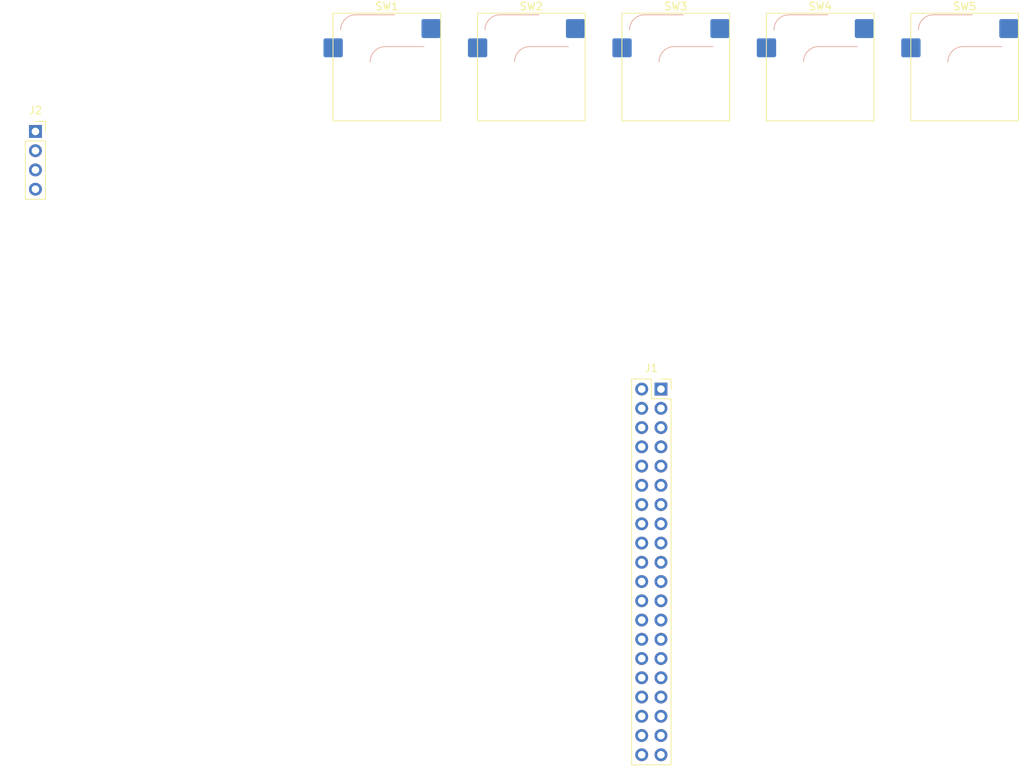
<source format=kicad_pcb>
(kicad_pcb (version 20240108) (generator "pcbnew") (generator_version "8.0")
  (layers (0 "F.Cu" signal) (31 "B.Cu" signal) (34 "B.Paste" user) (35 "F.Paste" user) (36 "B.SilkS" user "B.Silkscreen") (37 "F.SilkS" user "F.Silkscreen") (38 "B.Mask" user) (39 "F.Mask" user) (44 "Edge.Cuts" user))
  (net 0 "")
  (net 2 "+5V")
  (net 3 "GPIO 27")
  (net 5 "GND")
  (net 6 "LCD_CLK")
  (net 7 "LCD_DATA")
  (net 10 "GPIO 22")
  (net 15 "GPIO 24")
  (net 16 "GPIO 23")
  (net 22 "GPIO 17")
  (net 23 "GPIO 16")
  (footprint "Connector_PinSocket_2.54mm:PinSocket_1x04_P2.54mm_Vertical" (layer "F.Cu") (at 20 45)
    (property "Reference" "J2" (at 0 -2.77 0) (layer "F.SilkS"))
    (property "Value" "Conn_01x04")
    (fp_line (start -1.33 1.27) (end -1.33 8.95) (stroke (width 0.12)) (layer "F.SilkS"))
    (fp_line (start -1.33 1.27) (end 1.33 1.27) (stroke (width 0.12)) (layer "F.SilkS"))
    (fp_line (start -1.33 8.95) (end 1.33 8.95) (stroke (width 0.12)) (layer "F.SilkS"))
    (fp_line (start 0 -1.33) (end 1.33 -1.33) (stroke (width 0.12)) (layer "F.SilkS"))
    (fp_line (start 1.33 -1.33) (end 1.33 0) (stroke (width 0.12)) (layer "F.SilkS"))
    (fp_line (start 1.33 1.27) (end 1.33 8.95) (stroke (width 0.12)) (layer "F.SilkS"))
    (pad "1" thru_hole rect (at 0 0) (size 1.7 1.7) (drill 1) (layers "*.Cu" "*.Mask") (net 5 "GND"))
    (pad "2" thru_hole oval (at 0 2.54) (size 1.7 1.7) (drill 1) (layers "*.Cu" "*.Mask") (net 2 "+5V"))
    (pad "3" thru_hole oval (at 0 5.08) (size 1.7 1.7) (drill 1) (layers "*.Cu" "*.Mask") (net 7 "LCD_DATA"))
    (pad "4" thru_hole oval (at 0 7.62) (size 1.7 1.7) (drill 1) (layers "*.Cu" "*.Mask") (net 6 "LCD_CLK"))
  )
  (footprint "ScottoKeebs_Hotswap:Hotswap_MX" (layer "F.Cu") (at 142.55 36.5)
    (property "Reference" "SW5" (at 0 -8 0) (layer "F.SilkS"))
    (property "Value" "Switch")
    (fp_line (start -4.1 -6.9) (end 1 -6.9) (stroke (width 0.12)) (layer "B.SilkS"))
    (fp_line (start -0.2 -2.7) (end 4.9 -2.7) (stroke (width 0.12)) (layer "B.SilkS"))
    (fp_arc (start -6.1 -4.9) (mid -5.514214 -6.314214) (end -4.1 -6.9) (stroke (width 0.12)) (layer "B.SilkS"))
    (fp_arc (start -2.2 -0.7) (mid -1.614214 -2.114214) (end -0.2 -2.7) (stroke (width 0.12)) (layer "B.SilkS"))
    (fp_line (start -7.1 -7.1) (end -7.1 7.1) (stroke (width 0.12)) (layer "F.SilkS"))
    (fp_line (start -7.1 7.1) (end 7.1 7.1) (stroke (width 0.12)) (layer "F.SilkS"))
    (fp_line (start 7.1 -7.1) (end -7.1 -7.1) (stroke (width 0.12)) (layer "F.SilkS"))
    (fp_line (start 7.1 7.1) (end 7.1 -7.1) (stroke (width 0.12)) (layer "F.SilkS"))
    (pad "" np_thru_hole circle (at -5.08 0) (size 1.75 1.75) (drill 1.75) (layers "*.Cu" "*.Mask"))
    (pad "" np_thru_hole circle (at -3.81 -2.54) (size 3.05 3.05) (drill 3.05) (layers "*.Cu" "*.Mask"))
    (pad "" np_thru_hole circle (at 0 0) (size 4 4) (drill 4) (layers "*.Cu" "*.Mask"))
    (pad "" np_thru_hole circle (at 2.54 -5.08) (size 3.05 3.05) (drill 3.05) (layers "*.Cu" "*.Mask"))
    (pad "" np_thru_hole circle (at 5.08 0) (size 1.75 1.75) (drill 1.75) (layers "*.Cu" "*.Mask"))
    (pad "1" smd roundrect (at -7.085 -2.54) (size 2.55 2.5) (layers "B.Cu" "B.Paste" "B.Mask") (roundrect_rratio 0.1) (net 15 "GPIO 24"))
    (pad "2" smd roundrect (at 5.842 -5.08) (size 2.55 2.5) (layers "B.Cu" "B.Paste" "B.Mask") (roundrect_rratio 0.1) (net 5 "GND"))
  )
  (footprint "ScottoKeebs_Hotswap:Hotswap_MX" (layer "F.Cu") (at 66.35 36.5)
    (property "Reference" "SW1" (at 0 -8 0) (layer "F.SilkS"))
    (property "Value" "Switch")
    (fp_line (start -4.1 -6.9) (end 1 -6.9) (stroke (width 0.12)) (layer "B.SilkS"))
    (fp_line (start -0.2 -2.7) (end 4.9 -2.7) (stroke (width 0.12)) (layer "B.SilkS"))
    (fp_arc (start -6.1 -4.9) (mid -5.514214 -6.314214) (end -4.1 -6.9) (stroke (width 0.12)) (layer "B.SilkS"))
    (fp_arc (start -2.2 -0.7) (mid -1.614214 -2.114214) (end -0.2 -2.7) (stroke (width 0.12)) (layer "B.SilkS"))
    (fp_line (start -7.1 -7.1) (end -7.1 7.1) (stroke (width 0.12)) (layer "F.SilkS"))
    (fp_line (start -7.1 7.1) (end 7.1 7.1) (stroke (width 0.12)) (layer "F.SilkS"))
    (fp_line (start 7.1 -7.1) (end -7.1 -7.1) (stroke (width 0.12)) (layer "F.SilkS"))
    (fp_line (start 7.1 7.1) (end 7.1 -7.1) (stroke (width 0.12)) (layer "F.SilkS"))
    (pad "" np_thru_hole circle (at -5.08 0) (size 1.75 1.75) (drill 1.75) (layers "*.Cu" "*.Mask"))
    (pad "" np_thru_hole circle (at -3.81 -2.54) (size 3.05 3.05) (drill 3.05) (layers "*.Cu" "*.Mask"))
    (pad "" np_thru_hole circle (at 0 0) (size 4 4) (drill 4) (layers "*.Cu" "*.Mask"))
    (pad "" np_thru_hole circle (at 2.54 -5.08) (size 3.05 3.05) (drill 3.05) (layers "*.Cu" "*.Mask"))
    (pad "" np_thru_hole circle (at 5.08 0) (size 1.75 1.75) (drill 1.75) (layers "*.Cu" "*.Mask"))
    (pad "1" smd roundrect (at -7.085 -2.54) (size 2.55 2.5) (layers "B.Cu" "B.Paste" "B.Mask") (roundrect_rratio 0.1) (net 22 "GPIO 17"))
    (pad "2" smd roundrect (at 5.842 -5.08) (size 2.55 2.5) (layers "B.Cu" "B.Paste" "B.Mask") (roundrect_rratio 0.1) (net 5 "GND"))
  )
  (footprint "ScottoKeebs_Hotswap:Hotswap_MX" (layer "F.Cu") (at 123.5 36.5)
    (property "Reference" "SW4" (at 0 -8 0) (layer "F.SilkS"))
    (property "Value" "Switch")
    (fp_line (start -4.1 -6.9) (end 1 -6.9) (stroke (width 0.12)) (layer "B.SilkS"))
    (fp_line (start -0.2 -2.7) (end 4.9 -2.7) (stroke (width 0.12)) (layer "B.SilkS"))
    (fp_arc (start -6.1 -4.9) (mid -5.514214 -6.314214) (end -4.1 -6.9) (stroke (width 0.12)) (layer "B.SilkS"))
    (fp_arc (start -2.2 -0.7) (mid -1.614214 -2.114214) (end -0.2 -2.7) (stroke (width 0.12)) (layer "B.SilkS"))
    (fp_line (start -7.1 -7.1) (end -7.1 7.1) (stroke (width 0.12)) (layer "F.SilkS"))
    (fp_line (start -7.1 7.1) (end 7.1 7.1) (stroke (width 0.12)) (layer "F.SilkS"))
    (fp_line (start 7.1 -7.1) (end -7.1 -7.1) (stroke (width 0.12)) (layer "F.SilkS"))
    (fp_line (start 7.1 7.1) (end 7.1 -7.1) (stroke (width 0.12)) (layer "F.SilkS"))
    (pad "" np_thru_hole circle (at -5.08 0) (size 1.75 1.75) (drill 1.75) (layers "*.Cu" "*.Mask"))
    (pad "" np_thru_hole circle (at -3.81 -2.54) (size 3.05 3.05) (drill 3.05) (layers "*.Cu" "*.Mask"))
    (pad "" np_thru_hole circle (at 0 0) (size 4 4) (drill 4) (layers "*.Cu" "*.Mask"))
    (pad "" np_thru_hole circle (at 2.54 -5.08) (size 3.05 3.05) (drill 3.05) (layers "*.Cu" "*.Mask"))
    (pad "" np_thru_hole circle (at 5.08 0) (size 1.75 1.75) (drill 1.75) (layers "*.Cu" "*.Mask"))
    (pad "1" smd roundrect (at -7.085 -2.54) (size 2.55 2.5) (layers "B.Cu" "B.Paste" "B.Mask") (roundrect_rratio 0.1) (net 16 "GPIO 23"))
    (pad "2" smd roundrect (at 5.842 -5.08) (size 2.55 2.5) (layers "B.Cu" "B.Paste" "B.Mask") (roundrect_rratio 0.1) (net 5 "GND"))
  )
  (footprint "Connector_PinSocket_2.54mm:PinSocket_2x20_P2.54mm_Vertical" (layer "F.Cu") (at 102.5 79)
    (property "Reference" "J1" (at -1.27 -2.77 0) (layer "F.SilkS"))
    (property "Value" "Conn_02x20_Odd_Even")
    (fp_line (start -3.87 -1.33) (end -3.87 49.59) (stroke (width 0.12)) (layer "F.SilkS"))
    (fp_line (start -3.87 -1.33) (end -1.27 -1.33) (stroke (width 0.12)) (layer "F.SilkS"))
    (fp_line (start -3.87 49.59) (end 1.33 49.59) (stroke (width 0.12)) (layer "F.SilkS"))
    (fp_line (start -1.27 -1.33) (end -1.27 1.27) (stroke (width 0.12)) (layer "F.SilkS"))
    (fp_line (start -1.27 1.27) (end 1.33 1.27) (stroke (width 0.12)) (layer "F.SilkS"))
    (fp_line (start 0 -1.33) (end 1.33 -1.33) (stroke (width 0.12)) (layer "F.SilkS"))
    (fp_line (start 1.33 -1.33) (end 1.33 0) (stroke (width 0.12)) (layer "F.SilkS"))
    (fp_line (start 1.33 1.27) (end 1.33 49.59) (stroke (width 0.12)) (layer "F.SilkS"))
    (pad "1" thru_hole rect (at 0 0) (size 1.7 1.7) (drill 1) (layers "*.Cu" "*.Mask"))
    (pad "2" thru_hole oval (at -2.54 0) (size 1.7 1.7) (drill 1) (layers "*.Cu" "*.Mask") (net 2 "+5V"))
    (pad "3" thru_hole oval (at 0 2.54) (size 1.7 1.7) (drill 1) (layers "*.Cu" "*.Mask") (net 7 "LCD_DATA"))
    (pad "4" thru_hole oval (at -2.54 2.54) (size 1.7 1.7) (drill 1) (layers "*.Cu" "*.Mask") (net 2 "+5V"))
    (pad "5" thru_hole oval (at 0 5.08) (size 1.7 1.7) (drill 1) (layers "*.Cu" "*.Mask") (net 6 "LCD_CLK"))
    (pad "6" thru_hole oval (at -2.54 5.08) (size 1.7 1.7) (drill 1) (layers "*.Cu" "*.Mask") (net 5 "GND"))
    (pad "7" thru_hole oval (at 0 7.62) (size 1.7 1.7) (drill 1) (layers "*.Cu" "*.Mask"))
    (pad "8" thru_hole oval (at -2.54 7.62) (size 1.7 1.7) (drill 1) (layers "*.Cu" "*.Mask"))
    (pad "9" thru_hole oval (at 0 10.16) (size 1.7 1.7) (drill 1) (layers "*.Cu" "*.Mask") (net 5 "GND"))
    (pad "10" thru_hole oval (at -2.54 10.16) (size 1.7 1.7) (drill 1) (layers "*.Cu" "*.Mask"))
    (pad "11" thru_hole oval (at 0 12.7) (size 1.7 1.7) (drill 1) (layers "*.Cu" "*.Mask") (net 22 "GPIO 17"))
    (pad "12" thru_hole oval (at -2.54 12.7) (size 1.7 1.7) (drill 1) (layers "*.Cu" "*.Mask"))
    (pad "13" thru_hole oval (at 0 15.24) (size 1.7 1.7) (drill 1) (layers "*.Cu" "*.Mask") (net 3 "GPIO 27"))
    (pad "14" thru_hole oval (at -2.54 15.24) (size 1.7 1.7) (drill 1) (layers "*.Cu" "*.Mask") (net 5 "GND"))
    (pad "15" thru_hole oval (at 0 17.78) (size 1.7 1.7) (drill 1) (layers "*.Cu" "*.Mask") (net 10 "GPIO 22"))
    (pad "16" thru_hole oval (at -2.54 17.78) (size 1.7 1.7) (drill 1) (layers "*.Cu" "*.Mask") (net 16 "GPIO 23"))
    (pad "17" thru_hole oval (at 0 20.32) (size 1.7 1.7) (drill 1) (layers "*.Cu" "*.Mask"))
    (pad "18" thru_hole oval (at -2.54 20.32) (size 1.7 1.7) (drill 1) (layers "*.Cu" "*.Mask") (net 15 "GPIO 24"))
    (pad "19" thru_hole oval (at 0 22.86) (size 1.7 1.7) (drill 1) (layers "*.Cu" "*.Mask"))
    (pad "20" thru_hole oval (at -2.54 22.86) (size 1.7 1.7) (drill 1) (layers "*.Cu" "*.Mask") (net 5 "GND"))
    (pad "21" thru_hole oval (at 0 25.4) (size 1.7 1.7) (drill 1) (layers "*.Cu" "*.Mask"))
    (pad "22" thru_hole oval (at -2.54 25.4) (size 1.7 1.7) (drill 1) (layers "*.Cu" "*.Mask"))
    (pad "23" thru_hole oval (at 0 27.94) (size 1.7 1.7) (drill 1) (layers "*.Cu" "*.Mask"))
    (pad "24" thru_hole oval (at -2.54 27.94) (size 1.7 1.7) (drill 1) (layers "*.Cu" "*.Mask"))
    (pad "25" thru_hole oval (at 0 30.48) (size 1.7 1.7) (drill 1) (layers "*.Cu" "*.Mask") (net 5 "GND"))
    (pad "26" thru_hole oval (at -2.54 30.48) (size 1.7 1.7) (drill 1) (layers "*.Cu" "*.Mask"))
    (pad "27" thru_hole oval (at 0 33.02) (size 1.7 1.7) (drill 1) (layers "*.Cu" "*.Mask"))
    (pad "28" thru_hole oval (at -2.54 33.02) (size 1.7 1.7) (drill 1) (layers "*.Cu" "*.Mask"))
    (pad "29" thru_hole oval (at 0 35.56) (size 1.7 1.7) (drill 1) (layers "*.Cu" "*.Mask"))
    (pad "30" thru_hole oval (at -2.54 35.56) (size 1.7 1.7) (drill 1) (layers "*.Cu" "*.Mask") (net 5 "GND"))
    (pad "31" thru_hole oval (at 0 38.1) (size 1.7 1.7) (drill 1) (layers "*.Cu" "*.Mask"))
    (pad "32" thru_hole oval (at -2.54 38.1) (size 1.7 1.7) (drill 1) (layers "*.Cu" "*.Mask"))
    (pad "33" thru_hole oval (at 0 40.64) (size 1.7 1.7) (drill 1) (layers "*.Cu" "*.Mask"))
    (pad "34" thru_hole oval (at -2.54 40.64) (size 1.7 1.7) (drill 1) (layers "*.Cu" "*.Mask") (net 5 "GND"))
    (pad "35" thru_hole oval (at 0 43.18) (size 1.7 1.7) (drill 1) (layers "*.Cu" "*.Mask"))
    (pad "36" thru_hole oval (at -2.54 43.18) (size 1.7 1.7) (drill 1) (layers "*.Cu" "*.Mask") (net 23 "GPIO 16"))
    (pad "37" thru_hole oval (at 0 45.72) (size 1.7 1.7) (drill 1) (layers "*.Cu" "*.Mask"))
    (pad "38" thru_hole oval (at -2.54 45.72) (size 1.7 1.7) (drill 1) (layers "*.Cu" "*.Mask"))
    (pad "39" thru_hole oval (at 0 48.26) (size 1.7 1.7) (drill 1) (layers "*.Cu" "*.Mask") (net 5 "GND"))
    (pad "40" thru_hole oval (at -2.54 48.26) (size 1.7 1.7) (drill 1) (layers "*.Cu" "*.Mask"))
  )
  (footprint "ScottoKeebs_Hotswap:Hotswap_MX" (layer "F.Cu") (at 85.4 36.5)
    (property "Reference" "SW2" (at 0 -8 0) (layer "F.SilkS"))
    (property "Value" "Switch")
    (fp_line (start -4.1 -6.9) (end 1 -6.9) (stroke (width 0.12)) (layer "B.SilkS"))
    (fp_line (start -0.2 -2.7) (end 4.9 -2.7) (stroke (width 0.12)) (layer "B.SilkS"))
    (fp_arc (start -6.1 -4.9) (mid -5.514214 -6.314214) (end -4.1 -6.9) (stroke (width 0.12)) (layer "B.SilkS"))
    (fp_arc (start -2.2 -0.7) (mid -1.614214 -2.114214) (end -0.2 -2.7) (stroke (width 0.12)) (layer "B.SilkS"))
    (fp_line (start -7.1 -7.1) (end -7.1 7.1) (stroke (width 0.12)) (layer "F.SilkS"))
    (fp_line (start -7.1 7.1) (end 7.1 7.1) (stroke (width 0.12)) (layer "F.SilkS"))
    (fp_line (start 7.1 -7.1) (end -7.1 -7.1) (stroke (width 0.12)) (layer "F.SilkS"))
    (fp_line (start 7.1 7.1) (end 7.1 -7.1) (stroke (width 0.12)) (layer "F.SilkS"))
    (pad "" np_thru_hole circle (at -5.08 0) (size 1.75 1.75) (drill 1.75) (layers "*.Cu" "*.Mask"))
    (pad "" np_thru_hole circle (at -3.81 -2.54) (size 3.05 3.05) (drill 3.05) (layers "*.Cu" "*.Mask"))
    (pad "" np_thru_hole circle (at 0 0) (size 4 4) (drill 4) (layers "*.Cu" "*.Mask"))
    (pad "" np_thru_hole circle (at 2.54 -5.08) (size 3.05 3.05) (drill 3.05) (layers "*.Cu" "*.Mask"))
    (pad "" np_thru_hole circle (at 5.08 0) (size 1.75 1.75) (drill 1.75) (layers "*.Cu" "*.Mask"))
    (pad "1" smd roundrect (at -7.085 -2.54) (size 2.55 2.5) (layers "B.Cu" "B.Paste" "B.Mask") (roundrect_rratio 0.1) (net 3 "GPIO 27"))
    (pad "2" smd roundrect (at 5.842 -5.08) (size 2.55 2.5) (layers "B.Cu" "B.Paste" "B.Mask") (roundrect_rratio 0.1) (net 5 "GND"))
  )
  (footprint "ScottoKeebs_Hotswap:Hotswap_MX" (layer "F.Cu") (at 104.45 36.5)
    (property "Reference" "SW3" (at 0 -8 0) (layer "F.SilkS"))
    (property "Value" "Switch")
    (fp_line (start -4.1 -6.9) (end 1 -6.9) (stroke (width 0.12)) (layer "B.SilkS"))
    (fp_line (start -0.2 -2.7) (end 4.9 -2.7) (stroke (width 0.12)) (layer "B.SilkS"))
    (fp_arc (start -6.1 -4.9) (mid -5.514214 -6.314214) (end -4.1 -6.9) (stroke (width 0.12)) (layer "B.SilkS"))
    (fp_arc (start -2.2 -0.7) (mid -1.614214 -2.114214) (end -0.2 -2.7) (stroke (width 0.12)) (layer "B.SilkS"))
    (fp_line (start -7.1 -7.1) (end -7.1 7.1) (stroke (width 0.12)) (layer "F.SilkS"))
    (fp_line (start -7.1 7.1) (end 7.1 7.1) (stroke (width 0.12)) (layer "F.SilkS"))
    (fp_line (start 7.1 -7.1) (end -7.1 -7.1) (stroke (width 0.12)) (layer "F.SilkS"))
    (fp_line (start 7.1 7.1) (end 7.1 -7.1) (stroke (width 0.12)) (layer "F.SilkS"))
    (pad "" np_thru_hole circle (at -5.08 0) (size 1.75 1.75) (drill 1.75) (layers "*.Cu" "*.Mask"))
    (pad "" np_thru_hole circle (at -3.81 -2.54) (size 3.05 3.05) (drill 3.05) (layers "*.Cu" "*.Mask"))
    (pad "" np_thru_hole circle (at 0 0) (size 4 4) (drill 4) (layers "*.Cu" "*.Mask"))
    (pad "" np_thru_hole circle (at 2.54 -5.08) (size 3.05 3.05) (drill 3.05) (layers "*.Cu" "*.Mask"))
    (pad "" np_thru_hole circle (at 5.08 0) (size 1.75 1.75) (drill 1.75) (layers "*.Cu" "*.Mask"))
    (pad "1" smd roundrect (at -7.085 -2.54) (size 2.55 2.5) (layers "B.Cu" "B.Paste" "B.Mask") (roundrect_rratio 0.1) (net 10 "GPIO 22"))
    (pad "2" smd roundrect (at 5.842 -5.08) (size 2.55 2.5) (layers "B.Cu" "B.Paste" "B.Mask") (roundrect_rratio 0.1) (net 5 "GND"))
  )
)
</source>
